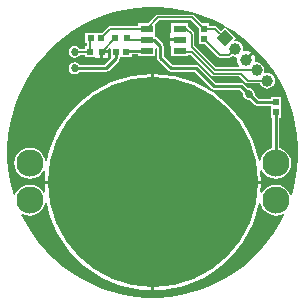
<source format=gbl>
G04 Layer_Physical_Order=2*
G04 Layer_Color=16711680*
%FSLAX25Y25*%
%MOIN*%
G70*
G01*
G75*
%ADD15C,0.01000*%
%ADD16C,0.01575*%
%ADD17C,0.00600*%
%ADD18C,0.09055*%
%ADD19C,0.03961*%
G04:AMPARAMS|DCode=20|XSize=39.59mil|YSize=39.61mil|CornerRadius=0mil|HoleSize=0mil|Usage=FLASHONLY|Rotation=315.000|XOffset=0mil|YOffset=0mil|HoleType=Round|Shape=Rectangle|*
%AMROTATEDRECTD20*
4,1,4,-0.02800,-0.00001,0.00001,0.02800,0.02800,0.00001,-0.00001,-0.02800,-0.02800,-0.00001,0.0*
%
%ADD20ROTATEDRECTD20*%

%ADD21C,0.02700*%
%ADD22C,0.70079*%
%ADD23R,0.01969X0.02362*%
%ADD24R,0.02165X0.02362*%
%ADD25R,0.02362X0.02165*%
%ADD26R,0.04331X0.02362*%
G36*
X5702Y48172D02*
X9464Y47576D01*
X13167Y46687D01*
X16790Y45510D01*
X20308Y44052D01*
X23702Y42323D01*
X23992Y42145D01*
X23942Y41590D01*
X22825Y40473D01*
X21476Y41822D01*
X21178Y42021D01*
X20827Y42091D01*
X18683D01*
Y42954D01*
X16517D01*
X13822Y45649D01*
X13524Y45848D01*
X13173Y45918D01*
X1748D01*
X1397Y45848D01*
X1099Y45649D01*
X-1528Y43021D01*
X-4777D01*
Y42158D01*
X-14087D01*
X-14438Y42088D01*
X-14736Y41889D01*
X-16942Y39683D01*
X-22454D01*
Y36317D01*
X-21886D01*
Y35281D01*
X-22553D01*
Y34418D01*
X-24268D01*
X-24594Y34906D01*
X-25239Y35337D01*
X-26000Y35488D01*
X-26761Y35337D01*
X-27406Y34906D01*
X-27837Y34261D01*
X-27988Y33500D01*
X-27837Y32739D01*
X-27406Y32094D01*
X-26761Y31663D01*
X-26000Y31512D01*
X-25239Y31663D01*
X-24594Y32094D01*
X-24268Y32582D01*
X-22553D01*
Y31719D01*
X-19384D01*
X-19016Y31401D01*
Y31319D01*
X-17531D01*
Y33500D01*
X-17031D01*
Y34000D01*
X-15047D01*
Y34187D01*
X-14454Y34780D01*
X-13954Y34572D01*
Y31817D01*
X-13954D01*
X-13769Y31317D01*
X-15965Y29122D01*
X-24404D01*
X-24594Y29406D01*
X-25239Y29837D01*
X-26000Y29988D01*
X-26761Y29837D01*
X-27406Y29406D01*
X-27837Y28761D01*
X-27988Y28000D01*
X-27837Y27239D01*
X-27406Y26594D01*
X-26761Y26163D01*
X-26000Y26012D01*
X-25239Y26163D01*
X-24594Y26594D01*
X-24404Y26878D01*
X-15500D01*
X-15500Y26878D01*
X-15071Y26964D01*
X-14707Y27207D01*
X-11380Y30534D01*
X-11380Y30534D01*
X-11137Y30898D01*
X-11052Y31327D01*
Y31817D01*
X-7046D01*
Y32638D01*
X-4777D01*
Y31979D01*
X753D01*
Y34487D01*
X1254Y34754D01*
X1378Y34671D01*
Y31500D01*
X1378Y31500D01*
X1464Y31071D01*
X1707Y30707D01*
X5207Y27207D01*
X5207Y27207D01*
X5571Y26964D01*
X6000Y26878D01*
X6000Y26878D01*
X14035D01*
X19707Y21207D01*
X19707Y21207D01*
X20071Y20964D01*
X20500Y20878D01*
X20500Y20878D01*
X29035D01*
X30079Y19835D01*
X30012Y19500D01*
X30163Y18739D01*
X30594Y18094D01*
X31239Y17663D01*
X32000Y17512D01*
X32335Y17579D01*
X34034Y15880D01*
X34034Y15880D01*
X34398Y15637D01*
X34827Y15552D01*
X34827Y15552D01*
X39317D01*
Y11546D01*
X39878D01*
Y1331D01*
X39606Y1295D01*
X38359Y778D01*
X37288Y-44D01*
X36466Y-1115D01*
X35949Y-2362D01*
X35881Y-2882D01*
X35390Y-2961D01*
X34529Y474D01*
X33336Y3808D01*
X31822Y7009D01*
X30002Y10047D01*
X27892Y12891D01*
X25514Y15514D01*
X22891Y17892D01*
X20046Y20002D01*
X17009Y21822D01*
X13808Y23336D01*
X10474Y24529D01*
X7039Y25390D01*
X3537Y25909D01*
X500Y26058D01*
Y-9500D01*
X36058D01*
X35909Y-6463D01*
X35860Y-6129D01*
X36345Y-5995D01*
X36466Y-6287D01*
X37288Y-7358D01*
X38359Y-8180D01*
X39606Y-8696D01*
X40945Y-8873D01*
X42283Y-8696D01*
X43531Y-8180D01*
X44602Y-7358D01*
X45424Y-6287D01*
X45941Y-5039D01*
X46117Y-3701D01*
X45941Y-2362D01*
X45424Y-1115D01*
X44602Y-44D01*
X43531Y778D01*
X42283Y1295D01*
X42122Y1316D01*
Y11546D01*
X42683D01*
Y14892D01*
Y18454D01*
X39317D01*
Y17795D01*
X35291D01*
X33922Y19165D01*
X33988Y19500D01*
X33837Y20261D01*
X33406Y20906D01*
X32761Y21337D01*
X32000Y21488D01*
X31665Y21421D01*
X30293Y22793D01*
X29929Y23036D01*
X29500Y23122D01*
X29500Y23122D01*
X20965D01*
X15293Y28793D01*
X14929Y29036D01*
X14500Y29122D01*
X14500Y29122D01*
X6465D01*
X3621Y31965D01*
Y35500D01*
X3622Y35500D01*
X3536Y35929D01*
X3293Y36293D01*
X3293Y36293D01*
X1293Y38293D01*
X929Y38536D01*
X753Y38571D01*
X753Y39281D01*
X753Y39781D01*
Y42708D01*
X2128Y44082D01*
X12793D01*
X15317Y41558D01*
Y39392D01*
Y36046D01*
X17483D01*
X21678Y31851D01*
X21976Y31652D01*
X22327Y31582D01*
X25571D01*
X25922Y31652D01*
X26220Y31851D01*
X26478Y32109D01*
X26862Y31951D01*
X27536Y31862D01*
X27705Y31884D01*
X27761Y31863D01*
X28132Y31436D01*
X28065Y30929D01*
X28168Y30151D01*
X28468Y29426D01*
X28940Y28811D01*
X28935Y28774D01*
X28766Y28311D01*
X21184D01*
X13918Y35577D01*
Y39500D01*
X13848Y39851D01*
X13649Y40149D01*
X11909Y41889D01*
X11777Y41977D01*
Y43021D01*
X6247D01*
Y39681D01*
X5847D01*
Y38000D01*
X9012D01*
Y37000D01*
X5847D01*
Y35319D01*
X6247D01*
Y31979D01*
X11777D01*
Y32382D01*
X12820D01*
X19658Y25545D01*
X19955Y25346D01*
X20307Y25276D01*
X28927D01*
X30993Y23209D01*
X31291Y23010D01*
X31642Y22940D01*
X35729D01*
X35888Y22557D01*
X36302Y22018D01*
X36841Y21604D01*
X37468Y21344D01*
X38142Y21255D01*
X38816Y21344D01*
X39443Y21604D01*
X39983Y22018D01*
X40396Y22557D01*
X40656Y23184D01*
X40745Y23858D01*
X40656Y24532D01*
X40396Y25159D01*
X39983Y25698D01*
X39443Y26112D01*
X38816Y26372D01*
X38142Y26460D01*
X37520Y26379D01*
X37300Y26551D01*
X37127Y26772D01*
X37209Y27393D01*
X37121Y28067D01*
X36860Y28695D01*
X36447Y29234D01*
X35908Y29647D01*
X35280Y29907D01*
X34607Y29996D01*
X34437Y29974D01*
X34381Y29995D01*
X34010Y30422D01*
X34077Y30929D01*
X33975Y31707D01*
X33674Y32432D01*
X33504Y32654D01*
X31425Y30575D01*
X30718Y31282D01*
X32797Y33362D01*
X32574Y33532D01*
X31849Y33832D01*
X31071Y33935D01*
X30564Y33868D01*
X30137Y34239D01*
X30116Y34295D01*
X30138Y34464D01*
X30049Y35138D01*
X29789Y35766D01*
X29376Y36305D01*
X28837Y36718D01*
X28209Y36978D01*
X27536Y37067D01*
X27405Y37050D01*
X27171Y37523D01*
X27649Y38001D01*
X24245Y41404D01*
X24557Y41799D01*
X26950Y40333D01*
X30031Y38094D01*
X32927Y35620D01*
X35621Y32927D01*
X38094Y30031D01*
X40333Y26950D01*
X42323Y23702D01*
X44052Y20308D01*
X45510Y16790D01*
X46687Y13167D01*
X47576Y9464D01*
X48172Y5702D01*
X48471Y1904D01*
Y-1904D01*
X48172Y-5702D01*
X47576Y-9464D01*
X46687Y-13167D01*
X46342Y-14229D01*
X45809Y-14250D01*
X45424Y-13320D01*
X44602Y-12248D01*
X43531Y-11427D01*
X42283Y-10910D01*
X40945Y-10734D01*
X39606Y-10910D01*
X38359Y-11427D01*
X37288Y-12248D01*
X36466Y-13320D01*
X36414Y-13444D01*
X35919Y-13333D01*
X36058Y-10500D01*
X500D01*
Y-46058D01*
X3537Y-45909D01*
X7039Y-45390D01*
X10474Y-44529D01*
X13808Y-43336D01*
X17009Y-41822D01*
X20046Y-40002D01*
X22891Y-37892D01*
X25514Y-35514D01*
X27892Y-32891D01*
X30002Y-30047D01*
X31822Y-27009D01*
X33336Y-23808D01*
X34529Y-20474D01*
X35390Y-17039D01*
X35405Y-16938D01*
X35910Y-16942D01*
X35949Y-17244D01*
X36466Y-18491D01*
X37288Y-19563D01*
X38359Y-20384D01*
X39606Y-20901D01*
X40945Y-21077D01*
X42283Y-20901D01*
X43431Y-20426D01*
X43696Y-20626D01*
X43808Y-20788D01*
X42323Y-23702D01*
X40333Y-26950D01*
X38094Y-30031D01*
X35620Y-32927D01*
X32927Y-35621D01*
X30031Y-38094D01*
X26950Y-40333D01*
X23702Y-42323D01*
X20308Y-44052D01*
X16790Y-45510D01*
X13167Y-46687D01*
X9464Y-47576D01*
X5702Y-48172D01*
X1904Y-48471D01*
X-1904D01*
X-5702Y-48172D01*
X-9464Y-47576D01*
X-13167Y-46687D01*
X-16790Y-45510D01*
X-20308Y-44052D01*
X-23702Y-42323D01*
X-26950Y-40333D01*
X-30031Y-38094D01*
X-32927Y-35620D01*
X-35621Y-32927D01*
X-38094Y-30031D01*
X-40333Y-26950D01*
X-42323Y-23702D01*
X-43808Y-20788D01*
X-43696Y-20626D01*
X-43431Y-20426D01*
X-42283Y-20901D01*
X-40945Y-21077D01*
X-39606Y-20901D01*
X-38359Y-20384D01*
X-37288Y-19563D01*
X-36466Y-18491D01*
X-35949Y-17244D01*
X-35910Y-16942D01*
X-35405Y-16938D01*
X-35390Y-17039D01*
X-34529Y-20474D01*
X-33336Y-23808D01*
X-31822Y-27009D01*
X-30002Y-30047D01*
X-27892Y-32891D01*
X-25514Y-35514D01*
X-22891Y-37892D01*
X-20046Y-40002D01*
X-17009Y-41822D01*
X-13808Y-43336D01*
X-10474Y-44529D01*
X-7039Y-45390D01*
X-3537Y-45909D01*
X-500Y-46058D01*
Y-10500D01*
X-36058D01*
X-35919Y-13333D01*
X-36414Y-13444D01*
X-36466Y-13320D01*
X-37288Y-12248D01*
X-38359Y-11427D01*
X-39606Y-10910D01*
X-40945Y-10734D01*
X-42283Y-10910D01*
X-43531Y-11427D01*
X-44602Y-12248D01*
X-45424Y-13320D01*
X-45809Y-14250D01*
X-46342Y-14229D01*
X-46687Y-13167D01*
X-47576Y-9464D01*
X-48172Y-5702D01*
X-48471Y-1904D01*
Y1904D01*
X-48172Y5702D01*
X-47576Y9464D01*
X-46687Y13167D01*
X-45510Y16790D01*
X-44052Y20308D01*
X-42323Y23702D01*
X-40333Y26950D01*
X-38094Y30031D01*
X-35620Y32927D01*
X-32927Y35621D01*
X-30031Y38094D01*
X-26950Y40333D01*
X-23702Y42323D01*
X-20308Y44052D01*
X-16790Y45510D01*
X-13167Y46687D01*
X-9464Y47576D01*
X-5702Y48172D01*
X-1904Y48471D01*
X1904D01*
X5702Y48172D01*
D02*
G37*
%LPC*%
G36*
X-500Y26058D02*
X-3537Y25909D01*
X-7039Y25390D01*
X-10474Y24529D01*
X-13808Y23336D01*
X-17009Y21822D01*
X-20046Y20002D01*
X-22891Y17892D01*
X-25514Y15514D01*
X-27892Y12891D01*
X-30002Y10047D01*
X-31822Y7009D01*
X-33336Y3808D01*
X-34529Y474D01*
X-35390Y-2961D01*
X-35881Y-2882D01*
X-35949Y-2362D01*
X-36466Y-1115D01*
X-37288Y-44D01*
X-38359Y778D01*
X-39606Y1295D01*
X-40945Y1471D01*
X-42283Y1295D01*
X-43531Y778D01*
X-44602Y-44D01*
X-45424Y-1115D01*
X-45941Y-2362D01*
X-46117Y-3701D01*
X-45941Y-5039D01*
X-45424Y-6287D01*
X-44602Y-7358D01*
X-43531Y-8180D01*
X-42283Y-8696D01*
X-40945Y-8873D01*
X-39606Y-8696D01*
X-38359Y-8180D01*
X-37288Y-7358D01*
X-36466Y-6287D01*
X-36345Y-5995D01*
X-35860Y-6129D01*
X-35909Y-6463D01*
X-36058Y-9500D01*
X-500D01*
Y26058D01*
D02*
G37*
G36*
X-15047Y33000D02*
X-16532D01*
Y31319D01*
X-15047D01*
Y33000D01*
D02*
G37*
%LPD*%
D15*
X14500Y28000D02*
X20500Y22000D01*
X29500D01*
X32000Y19500D01*
X6000Y28000D02*
X14500D01*
X30142Y30000D02*
X31071Y30929D01*
X-2012Y37500D02*
X500D01*
X-8567Y33760D02*
X-2012D01*
X500Y37500D02*
X2500Y35500D01*
Y31500D02*
Y35500D01*
Y31500D02*
X6000Y28000D01*
X-26000D02*
X-15500D01*
X-12173Y31327D01*
Y33500D01*
X34827Y16673D02*
X41000D01*
X32000Y19500D02*
X34827Y16673D01*
X41000Y-5646D02*
Y13327D01*
D16*
X12500Y-12000D02*
X24383Y-117D01*
D17*
X31071Y30929D02*
X31571Y31429D01*
X20804Y27393D02*
X34607D01*
X13000Y35197D02*
X20804Y27393D01*
X20307Y26193D02*
X29307D01*
X13200Y33300D02*
X20307Y26193D01*
X9472Y33300D02*
X13200D01*
X13000Y35197D02*
Y39500D01*
X31642Y23858D02*
X38142D01*
X29307Y26193D02*
X31642Y23858D01*
X25571Y32500D02*
X27536Y34464D01*
X22327Y32500D02*
X25571D01*
X17000Y37827D02*
X22327Y32500D01*
X13173Y45000D02*
X17000Y41173D01*
X1748Y45000D02*
X13173D01*
X17000Y41173D02*
X20827D01*
X24000Y38000D01*
X9012Y33760D02*
X9472Y33300D01*
X9012Y41240D02*
X11260D01*
X13000Y39500D01*
X-26000Y33500D02*
X-20968D01*
Y37705D02*
X-20673Y38000D01*
X-20968Y33500D02*
Y37705D01*
X-17327Y38000D02*
X-14087Y41240D01*
X-2012D01*
X-17031Y33500D02*
X-12531Y38000D01*
X-12468D01*
X-8827Y33500D02*
X-8567Y33760D01*
X-8531Y38000D02*
X-8032Y37500D01*
X-2012D01*
X35000Y28500D02*
X35107Y28393D01*
X-2012Y41240D02*
X1748Y45000D01*
D18*
X40945Y-15905D02*
D03*
Y-3701D02*
D03*
X-40945Y-15905D02*
D03*
Y-3701D02*
D03*
D19*
X34607Y27393D02*
D03*
X31071Y30929D02*
D03*
X38142Y23858D02*
D03*
X27536Y34464D02*
D03*
D20*
X24000Y38000D02*
D03*
D21*
X-26000Y33500D02*
D03*
Y28000D02*
D03*
X1000Y22500D02*
D03*
X32000Y19500D02*
D03*
D22*
X0Y-10000D02*
D03*
D23*
X-8531Y38000D02*
D03*
X-12468D02*
D03*
X-17031Y33500D02*
D03*
X-20968D02*
D03*
D24*
X17000Y37827D02*
D03*
Y41173D02*
D03*
X41000Y16673D02*
D03*
Y13327D02*
D03*
D25*
X-17327Y38000D02*
D03*
X-20673D02*
D03*
X-8827Y33500D02*
D03*
X-12173D02*
D03*
D26*
X9012Y41240D02*
D03*
Y33760D02*
D03*
Y37500D02*
D03*
X-2012D02*
D03*
Y41240D02*
D03*
Y33760D02*
D03*
M02*

</source>
